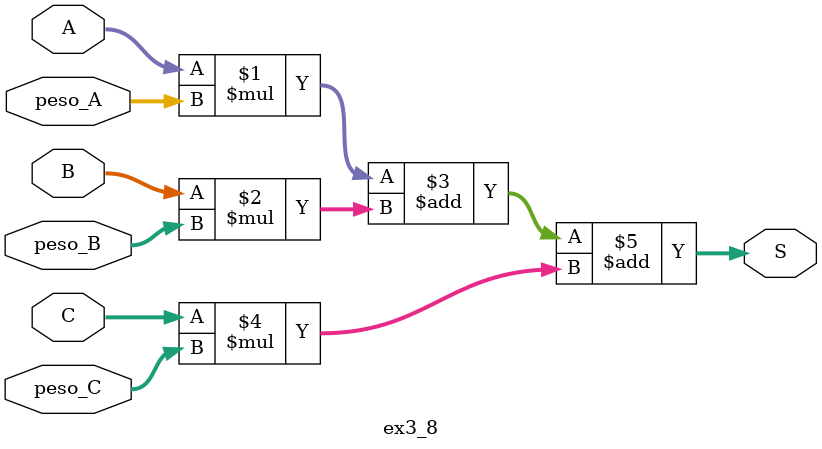
<source format=v>
module ex3_8(
    input signed [3:0] A, B, C,
    input signed [3:0] peso_A, peso_B, peso_C,
    output signed [9:0] S
	 );
	 
	 assign S = A*peso_A + B*peso_B + C*peso_C;
endmodule
</source>
